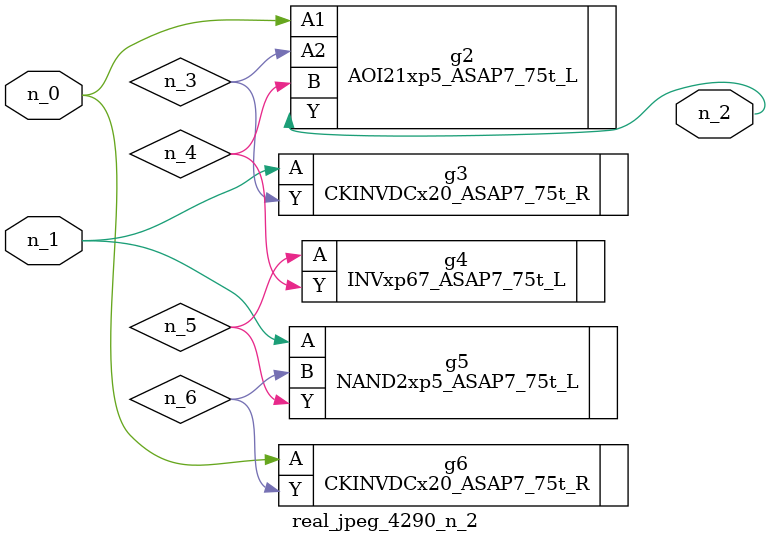
<source format=v>
module real_jpeg_4290_n_2 (n_1, n_0, n_2);

input n_1;
input n_0;

output n_2;

wire n_5;
wire n_4;
wire n_6;
wire n_3;

AOI21xp5_ASAP7_75t_L g2 ( 
.A1(n_0),
.A2(n_3),
.B(n_4),
.Y(n_2)
);

CKINVDCx20_ASAP7_75t_R g6 ( 
.A(n_0),
.Y(n_6)
);

CKINVDCx20_ASAP7_75t_R g3 ( 
.A(n_1),
.Y(n_3)
);

NAND2xp5_ASAP7_75t_L g5 ( 
.A(n_1),
.B(n_6),
.Y(n_5)
);

INVxp67_ASAP7_75t_L g4 ( 
.A(n_5),
.Y(n_4)
);


endmodule
</source>
